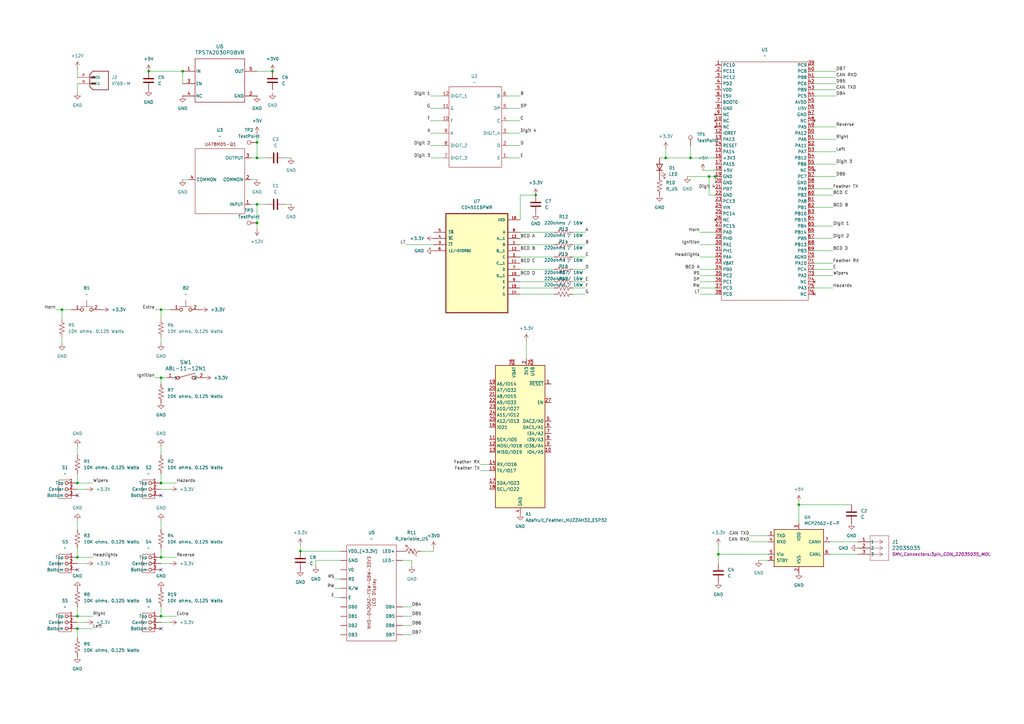
<source format=kicad_sch>
(kicad_sch (version 20250114) (generator "eeschema") (generator_version "9.0")
  (paper "A3")
  (junction (at 111.76 29.21))
  (junction (at 66.04 252.73))
  (junction (at 290.83 72.39))
  (junction (at 66.04 127))
  (junction (at 327.66 207.01))
  (junction (at 66.04 198.12))
  (junction (at 66.04 228.6))
  (junction (at 105.41 83.82))
  (junction (at 60.96 29.21))
  (junction (at 293.37 72.39))
  (junction (at 74.93 29.21))
  (junction (at 273.05 64.77))
  (junction (at 105.41 91.44))
  (junction (at 31.75 257.81))
  (junction (at 105.41 58.42))
  (junction (at 31.75 252.73))
  (junction (at 31.75 198.12))
  (junction (at 105.41 64.77))
  (junction (at 25.4 127))
  (junction (at 31.75 228.6))
  (junction (at 66.04 154.94))
  (junction (at 123.19 226.06))
  (junction (at 283.21 64.77))
  (junction (at 219.71 80.01))
  (junction (at 294.64 227.33))
  (no_connect (at 66.04 203.2))
  (no_connect (at 66.04 233.68))
  (no_connect (at 31.75 233.68))
  (no_connect (at 66.04 257.81))
  (no_connect (at 31.75 203.2))
  (wire (pts (xy 213.36 54.61) (xy 208.28 54.61)))
  (wire (pts (xy 196.85 190.5) (xy 200.66 190.5)))
  (wire (pts (xy 227.33 110.49) (xy 213.36 110.49)))
  (wire (pts (xy 314.96 227.33) (xy 294.64 227.33)))
  (wire (pts (xy 213.36 44.45) (xy 208.28 44.45)))
  (wire (pts (xy 213.36 80.01) (xy 219.71 80.01)))
  (wire (pts (xy 273.05 60.96) (xy 273.05 64.77)))
  (wire (pts (xy 213.36 90.17) (xy 213.36 80.01)))
  (wire (pts (xy 176.53 54.61) (xy 181.61 54.61)))
  (wire (pts (xy 342.9 67.31) (xy 334.01 67.31)))
  (wire (pts (xy 105.41 91.44) (xy 105.41 93.98)))
  (wire (pts (xy 22.86 127) (xy 25.4 127)))
  (wire (pts (xy 287.02 100.33) (xy 293.37 100.33)))
  (wire (pts (xy 25.4 127) (xy 25.4 130.81)))
  (wire (pts (xy 31.75 257.81) (xy 31.75 261.62)))
  (wire (pts (xy 168.91 252.73) (xy 165.1 252.73)))
  (wire (pts (xy 240.03 105.41) (xy 234.95 105.41)))
  (wire (pts (xy 327.66 205.74) (xy 327.66 207.01)))
  (wire (pts (xy 137.16 245.11) (xy 139.7 245.11)))
  (wire (pts (xy 137.16 237.49) (xy 139.7 237.49)))
  (wire (pts (xy 240.03 100.33) (xy 234.95 100.33)))
  (wire (pts (xy 240.03 110.49) (xy 234.95 110.49)))
  (wire (pts (xy 342.9 34.29) (xy 334.01 34.29)))
  (wire (pts (xy 176.53 39.37) (xy 181.61 39.37)))
  (wire (pts (xy 287.02 113.03) (xy 293.37 113.03)))
  (wire (pts (xy 66.04 127) (xy 66.04 130.81)))
  (wire (pts (xy 68.58 154.94) (xy 66.04 154.94)))
  (wire (pts (xy 327.66 207.01) (xy 327.66 214.63)))
  (wire (pts (xy 74.93 29.21) (xy 74.93 34.29)))
  (wire (pts (xy 168.91 229.87) (xy 168.91 232.41)))
  (wire (pts (xy 105.41 83.82) (xy 109.22 83.82)))
  (wire (pts (xy 341.63 102.87) (xy 334.01 102.87)))
  (wire (pts (xy 293.37 80.01) (xy 290.83 80.01)))
  (wire (pts (xy 342.9 29.21) (xy 334.01 29.21)))
  (wire (pts (xy 60.96 29.21) (xy 74.93 29.21)))
  (wire (pts (xy 66.04 213.36) (xy 66.04 217.17)))
  (wire (pts (xy 342.9 62.23) (xy 334.01 62.23)))
  (wire (pts (xy 66.04 182.88) (xy 66.04 186.69)))
  (wire (pts (xy 31.75 252.73) (xy 38.1 252.73)))
  (wire (pts (xy 66.04 198.12) (xy 72.39 198.12)))
  (wire (pts (xy 172.72 226.06) (xy 177.8 226.06)))
  (wire (pts (xy 287.02 120.65) (xy 293.37 120.65)))
  (wire (pts (xy 227.33 105.41) (xy 213.36 105.41)))
  (wire (pts (xy 105.41 29.21) (xy 111.76 29.21)))
  (wire (pts (xy 270.51 64.77) (xy 273.05 64.77)))
  (wire (pts (xy 341.63 85.09) (xy 334.01 85.09)))
  (wire (pts (xy 342.9 52.07) (xy 334.01 52.07)))
  (wire (pts (xy 129.54 229.87) (xy 129.54 232.41)))
  (wire (pts (xy 66.04 224.79) (xy 66.04 228.6)))
  (wire (pts (xy 327.66 207.01) (xy 349.25 207.01)))
  (wire (pts (xy 105.41 64.77) (xy 109.22 64.77)))
  (wire (pts (xy 31.75 198.12) (xy 38.1 198.12)))
  (wire (pts (xy 213.36 49.53) (xy 208.28 49.53)))
  (wire (pts (xy 105.41 54.61) (xy 105.41 58.42)))
  (wire (pts (xy 176.53 59.69) (xy 181.61 59.69)))
  (wire (pts (xy 240.03 95.25) (xy 234.95 95.25)))
  (wire (pts (xy 31.75 231.14) (xy 35.56 231.14)))
  (wire (pts (xy 66.04 231.14) (xy 69.85 231.14)))
  (wire (pts (xy 31.75 255.27) (xy 35.56 255.27)))
  (wire (pts (xy 63.5 154.94) (xy 66.04 154.94)))
  (wire (pts (xy 177.8 224.79) (xy 177.8 226.06)))
  (wire (pts (xy 31.75 182.88) (xy 31.75 186.69)))
  (wire (pts (xy 273.05 64.77) (xy 283.21 64.77)))
  (wire (pts (xy 63.5 127) (xy 66.04 127)))
  (wire (pts (xy 66.04 194.31) (xy 66.04 198.12)))
  (wire (pts (xy 213.36 39.37) (xy 208.28 39.37)))
  (wire (pts (xy 176.53 49.53) (xy 181.61 49.53)))
  (wire (pts (xy 137.16 241.3) (xy 139.7 241.3)))
  (wire (pts (xy 281.94 72.39) (xy 290.83 72.39)))
  (wire (pts (xy 66.04 127) (xy 69.85 127)))
  (wire (pts (xy 31.75 257.81) (xy 38.1 257.81)))
  (wire (pts (xy 213.36 59.69) (xy 208.28 59.69)))
  (wire (pts (xy 102.87 83.82) (xy 105.41 83.82)))
  (wire (pts (xy 294.64 227.33) (xy 294.64 231.14)))
  (wire (pts (xy 215.9 139.7) (xy 215.9 147.32)))
  (wire (pts (xy 227.33 118.11) (xy 213.36 118.11)))
  (wire (pts (xy 311.15 229.87) (xy 314.96 229.87)))
  (wire (pts (xy 74.93 73.66) (xy 77.47 73.66)))
  (wire (pts (xy 213.36 64.77) (xy 208.28 64.77)))
  (wire (pts (xy 123.19 223.52) (xy 123.19 226.06)))
  (wire (pts (xy 341.63 77.47) (xy 334.01 77.47)))
  (wire (pts (xy 105.41 58.42) (xy 105.41 64.77)))
  (wire (pts (xy 341.63 92.71) (xy 334.01 92.71)))
  (wire (pts (xy 240.03 118.11) (xy 234.95 118.11)))
  (wire (pts (xy 31.75 194.31) (xy 31.75 198.12)))
  (wire (pts (xy 31.75 27.94) (xy 31.75 31.75)))
  (wire (pts (xy 342.9 57.15) (xy 334.01 57.15)))
  (wire (pts (xy 31.75 228.6) (xy 38.1 228.6)))
  (wire (pts (xy 340.36 227.33) (xy 351.79 227.33)))
  (wire (pts (xy 341.63 110.49) (xy 334.01 110.49)))
  (wire (pts (xy 341.63 113.03) (xy 334.01 113.03)))
  (wire (pts (xy 166.37 100.33) (xy 177.8 100.33)))
  (wire (pts (xy 66.04 248.92) (xy 66.04 252.73)))
  (wire (pts (xy 31.75 213.36) (xy 31.75 217.17)))
  (wire (pts (xy 102.87 73.66) (xy 105.41 73.66)))
  (wire (pts (xy 102.87 64.77) (xy 105.41 64.77)))
  (wire (pts (xy 31.75 248.92) (xy 31.75 252.73)))
  (wire (pts (xy 66.04 200.66) (xy 69.85 200.66)))
  (wire (pts (xy 66.04 138.43) (xy 66.04 140.97)))
  (wire (pts (xy 105.41 83.82) (xy 105.41 91.44)))
  (wire (pts (xy 139.7 229.87) (xy 129.54 229.87)))
  (wire (pts (xy 176.53 64.77) (xy 181.61 64.77)))
  (wire (pts (xy 340.36 222.25) (xy 351.79 222.25)))
  (wire (pts (xy 307.34 222.25) (xy 314.96 222.25)))
  (wire (pts (xy 168.91 256.54) (xy 165.1 256.54)))
  (wire (pts (xy 288.29 69.85) (xy 293.37 69.85)))
  (wire (pts (xy 168.91 248.92) (xy 165.1 248.92)))
  (wire (pts (xy 123.19 226.06) (xy 139.7 226.06)))
  (wire (pts (xy 290.83 72.39) (xy 293.37 72.39)))
  (wire (pts (xy 341.63 80.01) (xy 334.01 80.01)))
  (wire (pts (xy 227.33 120.65) (xy 213.36 120.65)))
  (wire (pts (xy 66.04 154.94) (xy 66.04 157.48)))
  (wire (pts (xy 342.9 72.39) (xy 334.01 72.39)))
  (wire (pts (xy 287.02 118.11) (xy 293.37 118.11)))
  (wire (pts (xy 116.84 83.82) (xy 119.38 83.82)))
  (wire (pts (xy 227.33 115.57) (xy 213.36 115.57)))
  (wire (pts (xy 25.4 127) (xy 29.21 127)))
  (wire (pts (xy 176.53 44.45) (xy 181.61 44.45)))
  (wire (pts (xy 240.03 120.65) (xy 234.95 120.65)))
  (wire (pts (xy 307.34 219.71) (xy 314.96 219.71)))
  (wire (pts (xy 287.02 95.25) (xy 293.37 95.25)))
  (wire (pts (xy 334.01 36.83) (xy 342.9 36.83)))
  (wire (pts (xy 66.04 255.27) (xy 69.85 255.27)))
  (wire (pts (xy 240.03 115.57) (xy 234.95 115.57)))
  (wire (pts (xy 66.04 252.73) (xy 72.39 252.73)))
  (wire (pts (xy 294.64 223.52) (xy 294.64 227.33)))
  (wire (pts (xy 168.91 260.35) (xy 165.1 260.35)))
  (wire (pts (xy 31.75 224.79) (xy 31.75 228.6)))
  (wire (pts (xy 290.83 80.01) (xy 290.83 72.39)))
  (wire (pts (xy 287.02 115.57) (xy 293.37 115.57)))
  (wire (pts (xy 341.63 97.79) (xy 334.01 97.79)))
  (wire (pts (xy 341.63 107.95) (xy 334.01 107.95)))
  (wire (pts (xy 227.33 100.33) (xy 213.36 100.33)))
  (wire (pts (xy 283.21 59.69) (xy 283.21 64.77)))
  (wire (pts (xy 196.85 193.04) (xy 200.66 193.04)))
  (wire (pts (xy 342.9 39.37) (xy 334.01 39.37)))
  (wire (pts (xy 227.33 95.25) (xy 213.36 95.25)))
  (wire (pts (xy 165.1 229.87) (xy 168.91 229.87)))
  (wire (pts (xy 66.04 228.6) (xy 72.39 228.6)))
  (wire (pts (xy 31.75 200.66) (xy 35.56 200.66)))
  (wire (pts (xy 293.37 72.39) (xy 293.37 74.93)))
  (wire (pts (xy 287.02 105.41) (xy 293.37 105.41)))
  (wire (pts (xy 116.84 64.77) (xy 119.38 64.77)))
  (wire (pts (xy 341.63 118.11) (xy 334.01 118.11)))
  (wire (pts (xy 25.4 138.43) (xy 25.4 140.97)))
  (wire (pts (xy 287.02 110.49) (xy 293.37 110.49)))
  (wire (pts (xy 31.75 34.29) (xy 31.75 38.1)))
  (wire (pts (xy 283.21 64.77) (xy 293.37 64.77)))
  (wire (pts (xy 334.01 31.75) (xy 342.9 31.75)))
  (label "BCD B" (at 213.36 102.87 0))
  (label "DB4" (at 342.9 39.37 0))
  (label "E" (at 341.63 110.49 0))
  (label "CAN RXD" (at 342.9 31.75 0))
  (label "Reverse" (at 342.9 52.07 0))
  (label "Headlights" (at 287.02 105.41 180))
  (label "DB7" (at 168.91 260.35 0))
  (label "G" (at 176.53 44.45 180))
  (label "Digit 4" (at 213.36 54.61 0))
  (label "Wipers" (at 341.63 113.03 0))
  (label "DB5" (at 342.9 34.29 0))
  (label "DB6" (at 168.91 256.54 0))
  (label "BCD D" (at 341.63 102.87 0))
  (label "Extra" (at 63.5 127 180))
  (label "Headlights" (at 38.1 228.6 0))
  (label "DB6" (at 342.9 72.39 0))
  (label "D" (at 240.03 110.49 0))
  (label "Feather TX" (at 341.63 77.47 0))
  (label "LT" (at 166.37 100.33 180))
  (label "F" (at 240.03 118.11 0))
  (label "BCD A" (at 287.02 110.49 180))
  (label "Horn" (at 287.02 95.25 180))
  (label "B" (at 213.36 39.37 0))
  (label "E" (at 213.36 64.77 0))
  (label "CAN TXD" (at 307.34 219.71 180))
  (label "RW" (at 287.02 118.11 180))
  (label "Right" (at 342.9 57.15 0))
  (label "DP" (at 287.02 115.57 180))
  (label "Digit 1" (at 176.53 39.37 180))
  (label "A" (at 176.53 54.61 180))
  (label "C" (at 213.36 49.53 0))
  (label "Reverse" (at 72.39 228.6 0))
  (label "Wipers" (at 38.1 198.12 0))
  (label "BCD C" (at 341.63 80.01 0))
  (label "Left" (at 38.1 257.81 0))
  (label "Feather TX" (at 196.85 193.04 180))
  (label "Right" (at 38.1 252.73 0))
  (label "B" (at 240.03 100.33 0))
  (label "Extra" (at 72.39 252.73 0))
  (label "E" (at 137.16 245.11 180))
  (label "DP" (at 213.36 44.45 0))
  (label "Digit 2" (at 341.63 97.79 0))
  (label "BCD B" (at 341.63 85.09 0))
  (label "A" (at 240.03 95.25 0))
  (label "DB4" (at 168.91 248.92 0))
  (label "E" (at 240.03 115.57 0))
  (label "Ignition" (at 63.5 154.94 180))
  (label "Digit 3" (at 342.9 67.31 0))
  (label "RW" (at 137.16 241.3 180))
  (label "G" (at 240.03 120.65 0))
  (label "Left" (at 342.9 62.23 0))
  (label "CAN TXD" (at 342.9 36.83 0))
  (label "Feather RX" (at 341.63 107.95 0))
  (label "Digit 3" (at 176.53 64.77 180))
  (label "Horn" (at 22.86 127 180))
  (label "C" (at 240.03 105.41 0))
  (label "D" (at 213.36 59.69 0))
  (label "RS" (at 287.02 113.03 180))
  (label "BCD D" (at 213.36 113.03 0))
  (label "RS" (at 137.16 237.49 180))
  (label "CAN RXD" (at 307.34 222.25 180))
  (label "DB5" (at 168.91 252.73 0))
  (label "Digit 2" (at 176.53 59.69 180))
  (label "DB7" (at 342.9 29.21 0))
  (label "Feather RX" (at 196.85 190.5 180))
  (label "LT" (at 287.02 120.65 180))
  (label "BCD C" (at 213.36 107.95 0))
  (label "Hazards" (at 72.39 198.12 0))
  (label "Ignition" (at 287.02 100.33 180))
  (label "F" (at 176.53 49.53 180))
  (label "Digit 1" (at 341.63 92.71 0))
  (label "Digit 4" (at 293.37 77.47 180))
  (label "BCD A" (at 213.36 97.79 0))
  (label "Hazards" (at 341.63 118.11 0))
  (symbol (lib_id "power:+12V") (at 105.41 93.98 180) (unit 1)
    (property "Reference" "#PWR020" (effects (hide yes)))
    (property "Value" "+12V" (at 105.41 99.06 0))
    (property "Description" "Power symbol creates a global label with name \"+12V\"" (effects (hide yes)))
  )
  (symbol (lib_id "Device:R_US") (at 270.51 76.2 0) (unit 1)
    (property "Reference" "R10" (at 273.05 74.9299 0) (effects (justify left)))
    (property "Value" "R_US" (at 273.05 77.4699 0) (effects (justify left)))
    (property "Description" "Resistor, US symbol" (effects (hide yes)))
  )
  (symbol (lib_id "power:GND") (at 219.71 87.63 0) (unit 1)
    (property "Reference" "#PWR053" (effects (hide yes)))
    (property "Value" "GND" (at 219.71 91.694 0))
    (property "Description" "Power symbol creates a global label with name \"GND\" , ground" (effects (hide yes)))
  )
  (symbol (lib_id "power:+3.3V") (at 35.56 255.27 270) (unit 1)
    (property "Reference" "#PWR025" (effects (hide yes)))
    (property "Value" "+3.3V" (at 39.37 255.2699 90) (effects (justify left)))
    (property "Description" "Power symbol creates a global label with name \"+3.3V\"" (effects (hide yes)))
  )
  (symbol (lib_id "power:GND") (at 74.93 39.37 0) (unit 1)
    (property "Reference" "#PWR045" (effects (hide yes)))
    (property "Value" "GND" (at 74.93 44.45 0))
    (property "Description" "Power symbol creates a global label with name \"GND\" , ground" (effects (hide yes)))
  )
  (symbol (lib_id "Connector:TestPoint") (at 283.21 59.69 0) (unit 1)
    (property "Reference" "TP1" (at 285.75 55.1179 0) (effects (justify left)))
    (property "Value" "TestPoint" (at 285.75 57.6579 0) (effects (justify left)))
    (property "Description" "test point" (effects (hide yes)))
  )
  (symbol (lib_id "Device:R_US") (at 31.75 245.11 0) (unit 1)
    (property "Reference" "R8" (at 34.29 243.8399 0) (effects (justify left)))
    (property "Value" "10K ohms, 0.125 Watts" (at 34.29 246.3799 0) (effects (justify left)))
    (property "Description" "Resistor, US symbol" (effects (hide yes)))
  )
  (symbol (lib_id "SMV_Custom:TAISS_3_Pin_Switch") (at 60.96 201.93 0) (unit 1)
    (property "Reference" "S2" (at 60.96 191.77 0))
    (property "Value" "~" (at 60.96 194.31 0))
    (property "Footprint" "SMV_Misc:TAISS 3 Pin Switch" (effects (hide yes)))
  )
  (symbol (lib_id "Connector:TestPoint") (at 105.41 58.42 90) (unit 1)
    (property "Reference" "TP2" (at 102.108 53.34 90))
    (property "Value" "TestPoint" (at 102.108 55.88 90))
    (property "Description" "test point" (effects (hide yes)))
  )
  (symbol (lib_id "SMV_Custom:UA78M05-Q1") (at 90.17 59.69 0) (unit 1)
    (property "Reference" "U3" (at 90.17 53.34 0))
    (property "Value" "~" (at 90.17 55.88 0))
  )
  (symbol (lib_id "SMV_Custom:TAISS_3_Pin_Switch") (at 60.96 232.41 0) (unit 1)
    (property "Reference" "S4" (at 60.96 222.25 0))
    (property "Value" "~" (at 60.96 224.79 0))
    (property "Footprint" "SMV_Misc:TAISS 3 Pin Switch" (effects (hide yes)))
  )
  (symbol (lib_id "Device:R_US") (at 231.14 105.41 90) (unit 1)
    (property "Reference" "R14" (at 231.14 99.06 90))
    (property "Value" "220ohms / 16W" (at 231.14 101.6 90))
    (property "Description" "Resistor, US symbol" (effects (hide yes)))
  )
  (symbol (lib_id "Device:R_US") (at 31.75 220.98 0) (unit 1)
    (property "Reference" "R3" (at 34.29 219.7099 0) (effects (justify left)))
    (property "Value" "10K ohms, 0.125 Watts" (at 34.29 222.2499 0) (effects (justify left)))
    (property "Description" "Resistor, US symbol" (effects (hide yes)))
  )
  (symbol (lib_id "power:GND") (at 327.66 234.95 0) (unit 1)
    (property "Reference" "#PWR027" (effects (hide yes)))
    (property "Value" "GND" (at 327.66 240.03 0))
    (property "Description" "Power symbol creates a global label with name \"GND\" , ground" (effects (hide yes)))
  )
  (symbol (lib_id "Device:R_US") (at 231.14 115.57 90) (unit 1)
    (property "Reference" "R16" (at 231.14 109.22 90))
    (property "Value" "220ohms / 16W" (at 231.14 111.76 90))
    (property "Description" "Resistor, US symbol" (effects (hide yes)))
  )
  (symbol (lib_id "Device:R_US") (at 66.04 220.98 0) (unit 1)
    (property "Reference" "R4" (at 68.58 219.7099 0) (effects (justify left)))
    (property "Value" "10K ohms, 0.125 Watts" (at 68.58 222.2499 0) (effects (justify left)))
    (property "Description" "Resistor, US symbol" (effects (hide yes)))
  )
  (symbol (lib_id "SMV_Custom:Seven_Seg_Display") (at 184.15 52.07 90) (unit 1)
    (property "Reference" "U2" (at 194.564 31.242 90))
    (property "Value" "~" (at 194.564 33.782 90))
  )
  (symbol (lib_id "power:GND") (at 294.64 238.76 0) (unit 1)
    (property "Reference" "#PWR039" (effects (hide yes)))
    (property "Value" "GND" (at 294.64 243.84 0))
    (property "Description" "Power symbol creates a global label with name \"GND\" , ground" (effects (hide yes)))
  )
  (symbol (lib_id "power:+3.3V") (at 41.91 127 270) (unit 1)
    (property "Reference" "#PWR012" (effects (hide yes)))
    (property "Value" "+3.3V" (at 45.72 126.9999 90) (effects (justify left)))
    (property "Description" "Power symbol creates a global label with name \"+3.3V\"" (effects (hide yes)))
  )
  (symbol (lib_id "CD4511BPWR:CD4511BPWR") (at 195.58 102.87 0) (unit 1)
    (property "Reference" "U7" (at 195.58 82.55 0))
    (property "Value" "CD4511BPWR" (at 195.58 85.09 0))
    (property "Footprint" "CD4511BPWR:SOP65P640X120-16N" (effects (hide yes)))
  )
  (symbol (lib_id "power:+3.3V") (at 123.19 223.52 0) (unit 1)
    (property "Reference" "#PWR033" (effects (hide yes)))
    (property "Value" "+3.3V" (at 123.19 218.44 0))
    (property "Description" "Power symbol creates a global label with name \"+3.3V\"" (effects (hide yes)))
  )
  (symbol (lib_id "power:GND") (at 25.4 140.97 0) (unit 1)
    (property "Reference" "#PWR011" (effects (hide yes)))
    (property "Value" "GND" (at 25.4 146.05 0))
    (property "Description" "Power symbol creates a global label with name \"GND\" , ground" (effects (hide yes)))
  )
  (symbol (lib_id "Device:R_US") (at 66.04 134.62 0) (unit 1)
    (property "Reference" "R6" (at 68.58 133.3499 0) (effects (justify left)))
    (property "Value" "10K ohms, 0.125 Watts" (at 68.58 135.8899 0) (effects (justify left)))
    (property "Description" "Resistor, US symbol" (effects (hide yes)))
  )
  (symbol (lib_id "SMV_Custom:XT60-M") (at 36.83 34.29 0) (unit 1)
    (property "Reference" "J2" (at 45.72 31.7499 0) (effects (justify left)))
    (property "Value" "XT60-M" (at 45.72 34.2899 0) (effects (justify left)))
    (property "Footprint" "SMV_Connectors:AMASS_XT60-M" (effects (hide yes)))
    (property "MF" "AMASS" (effects (hide yes)))
    (property "MAXIMUM_PACKAGE_HEIGHT" "16.00 mm" (effects (hide yes)))
    (property "Package" "Package" (effects (hide yes)))
    (property "Price" "None" (effects (hide yes)))
    (property "Check_prices" "https://www.snapeda.com/parts/XT60-M/AMASS/view-part/?ref=eda" (effects (hide yes)))
    (property "STANDARD" "IPC 7351B" (effects (hide yes)))
    (property "PARTREV" "V1.2" (effects (hide yes)))
    (property "SnapEDA_Link" "https://www.snapeda.com/parts/XT60-M/AMASS/view-part/?ref=snap" (effects (hide yes)))
    (property "MP" "XT60-M" (effects (hide yes)))
    (property "Description_1" "\n                        \n                            Plug; DC supply; XT60; male; PIN: 2; for cable; soldered; 30A; 500V\n                        \n" (effects (hide yes)))
    (property "Availability" "Not in stock" (effects (hide yes)))
    (property "MANUFACTURER" "AMASS" (effects (hide yes)))
  )
  (symbol (lib_id "Device:C") (at 123.19 229.87 0) (unit 1)
    (property "Reference" "C8" (at 127 228.5999 0) (effects (justify left)))
    (property "Value" "C" (at 127 231.1399 0) (effects (justify left)))
    (property "Description" "Unpolarized capacitor" (effects (hide yes)))
  )
  (symbol (lib_id "power:GND") (at 281.94 72.39 0) (unit 1)
    (property "Reference" "#PWR029" (effects (hide yes)))
    (property "Value" "GND" (at 281.94 77.47 0))
    (property "Description" "Power symbol creates a global label with name \"GND\" , ground" (effects (hide yes)))
  )
  (symbol (lib_id "power:GND") (at 66.04 241.3 180) (unit 1)
    (property "Reference" "#PWR052" (effects (hide yes)))
    (property "Value" "GND" (at 66.04 236.22 0))
    (property "Description" "Power symbol creates a global label with name \"GND\" , ground" (effects (hide yes)))
  )
  (symbol (lib_id "Device:R_US") (at 231.14 110.49 90) (unit 1)
    (property "Reference" "R15" (at 231.14 104.14 90))
    (property "Value" "220ohms / 16W" (at 231.14 106.68 90))
    (property "Description" "Resistor, US symbol" (effects (hide yes)))
  )
  (symbol (lib_id "SMV_Custom:TAISS_3_Pin_Switch") (at 26.67 201.93 0) (unit 1)
    (property "Reference" "S1" (at 26.67 191.77 0))
    (property "Value" "~" (at 26.67 194.31 0))
    (property "Footprint" "SMV_Misc:TAISS 3 Pin Switch" (effects (hide yes)))
  )
  (symbol (lib_id "power:GND") (at 270.51 80.01 0) (unit 1)
    (property "Reference" "#PWR030" (effects (hide yes)))
    (property "Value" "GND" (at 270.51 85.09 0))
    (property "Description" "Power symbol creates a global label with name \"GND\" , ground" (effects (hide yes)))
  )
  (symbol (lib_id "SMV_Custom:TAISS_3_Pin_Switch") (at 26.67 232.41 0) (unit 1)
    (property "Reference" "S3" (at 26.67 222.25 0))
    (property "Value" "~" (at 26.67 224.79 0))
    (property "Footprint" "SMV_Misc:TAISS 3 Pin Switch" (effects (hide yes)))
  )
  (symbol (lib_id "power:+3.3V") (at 82.55 127 270) (unit 1)
    (property "Reference" "#PWR014" (effects (hide yes)))
    (property "Value" "+3.3V" (at 86.36 126.9999 90) (effects (justify left)))
    (property "Description" "Power symbol creates a global label with name \"+3.3V\"" (effects (hide yes)))
  )
  (symbol (lib_id "SMV_Custom:3-pin Mini Molex Spox") (at 351.79 222.25 0) (unit 1)
    (property "Reference" "J1" (at 365.76 222.2499 0) (effects (font (size 1.524 1.524)) (justify left)))
    (property "Value" "22035035" (at 365.76 224.7899 0) (effects (font (size 1.524 1.524)) (justify left)))
    (property "Footprint" "SMV_Connectors:3pin_CON_22035035_MOL" (at 365.76 227.3299 0) (effects (font (italic yes)) (justify left)))
    (property "Datasheet" "3-pin Mini Molex Spox" (effects (hide yes)))
  )
  (symbol (lib_id "SMV_Custom:TAISS_3_Pin_Switch") (at 26.67 256.54 0) (unit 1)
    (property "Reference" "S5" (at 26.67 246.38 0))
    (property "Value" "~" (at 26.67 248.92 0))
    (property "Footprint" "SMV_Misc:TAISS 3 Pin Switch" (effects (hide yes)))
  )
  (symbol (lib_id "Device:R_US") (at 231.14 100.33 90) (unit 1)
    (property "Reference" "R13" (at 231.14 93.98 90))
    (property "Value" "220ohms / 16W" (at 231.14 96.52 90))
    (property "Description" "Resistor, US symbol" (effects (hide yes)))
  )
  (symbol (lib_id "power:+3.3V") (at 69.85 200.66 270) (unit 1)
    (property "Reference" "#PWR06" (effects (hide yes)))
    (property "Value" "+3.3V" (at 73.66 200.6599 90) (effects (justify left)))
    (property "Description" "Power symbol creates a global label with name \"+3.3V\"" (effects (hide yes)))
  )
  (symbol (lib_id "power:GND") (at 119.38 64.77 0) (unit 1)
    (property "Reference" "#PWR022" (effects (hide yes)))
    (property "Value" "GND" (at 119.38 69.85 0))
    (property "Description" "Power symbol creates a global label with name \"GND\" , ground" (effects (hide yes)))
  )
  (symbol (lib_id "power:+5V") (at 327.66 205.74 0) (unit 1)
    (property "Reference" "#PWR028" (effects (hide yes)))
    (property "Value" "+5V" (at 327.66 200.66 0))
    (property "Description" "Power symbol creates a global label with name \"+5V\"" (effects (hide yes)))
  )
  (symbol (lib_id "Device:C") (at 113.03 64.77 90) (unit 1)
    (property "Reference" "C3" (at 113.03 57.15 90))
    (property "Value" "C" (at 113.03 59.69 90))
    (property "Description" "Unpolarized capacitor" (effects (hide yes)))
  )
  (symbol (lib_id "Interface_CAN_LIN:MCP2562-E-P") (at 327.66 224.79 0) (unit 1)
    (property "Reference" "U4" (at 329.8033 212.09 0) (effects (justify left)))
    (property "Value" "MCP2562-E-P" (at 329.8033 214.63 0) (effects (justify left)))
    (property "Footprint" "Package_DIP:DIP-8_W7.62mm" (effects (hide yes)))
    (property "Datasheet" "http://ww1.microchip.com/downloads/en/DeviceDoc/25167A.pdf" (effects (hide yes)))
    (property "Description" "High-Speed CAN Transceiver, 1Mbps, 5V supply, Vio pin, -40C to +125C, DIP-8" (effects (hide yes)))
  )
  (symbol (lib_id "Device:C") (at 111.76 33.02 0) (unit 1)
    (property "Reference" "C6" (at 115.57 31.7499 0) (effects (justify left)))
    (property "Value" "C" (at 115.57 34.2899 0) (effects (justify left)))
    (property "Description" "Unpolarized capacitor" (effects (hide yes)))
  )
  (symbol (lib_id "Device:LED") (at 270.51 68.58 90) (unit 1)
    (property "Reference" "D1" (at 274.32 68.8974 90) (effects (justify right)))
    (property "Value" "LED" (at 274.32 71.4374 90) (effects (justify right)))
    (property "Description" "Light emitting diode" (effects (hide yes)))
    (property "Sim.Pins" "1=K 2=A" (effects (hide yes)))
  )
  (symbol (lib_id "power:+12V") (at 31.75 27.94 0) (unit 1)
    (property "Reference" "#PWR01" (effects (hide yes)))
    (property "Value" "+12V" (at 31.75 22.86 0))
    (property "Description" "Power symbol creates a global label with name \"+12V\"" (effects (hide yes)))
  )
  (symbol (lib_id "Device:R_US") (at 66.04 245.11 0) (unit 1)
    (property "Reference" "R19" (at 68.58 243.8399 0) (effects (justify left)))
    (property "Value" "10K ohms, 0.125 Watts" (at 68.58 246.3799 0) (effects (justify left)))
    (property "Description" "Resistor, US symbol" (effects (hide yes)))
  )
  (symbol (lib_id "power:GND") (at 66.04 213.36 180) (unit 1)
    (property "Reference" "#PWR09" (effects (hide yes)))
    (property "Value" "GND" (at 66.04 208.28 0))
    (property "Description" "Power symbol creates a global label with name \"GND\" , ground" (effects (hide yes)))
  )
  (symbol (lib_id "Device:R_US") (at 66.04 190.5 0) (unit 1)
    (property "Reference" "R2" (at 68.58 189.2299 0) (effects (justify left)))
    (property "Value" "10K ohms, 0.125 Watts" (at 68.58 191.7699 0) (effects (justify left)))
    (property "Description" "Resistor, US symbol" (effects (hide yes)))
  )
  (symbol (lib_id "SMV_Custom:Twidec_Button") (at 76.2 124.46 0) (unit 1)
    (property "Reference" "B2" (at 76.2 118.11 0))
    (property "Value" "~" (at 76.2 120.65 0))
    (property "Footprint" "SMV_Misc:Twidec Button" (effects (hide yes)))
  )
  (symbol (lib_id "power:+3.3V") (at 35.56 200.66 270) (unit 1)
    (property "Reference" "#PWR03" (effects (hide yes)))
    (property "Value" "+3.3V" (at 39.37 200.6599 90) (effects (justify left)))
    (property "Description" "Power symbol creates a global label with name \"+3.3V\"" (effects (hide yes)))
  )
  (symbol (lib_id "power:+3.3V") (at 69.85 231.14 270) (unit 1)
    (property "Reference" "#PWR010" (effects (hide yes)))
    (property "Value" "+3.3V" (at 73.66 231.1399 90) (effects (justify left)))
    (property "Description" "Power symbol creates a global label with name \"+3.3V\"" (effects (hide yes)))
  )
  (symbol (lib_id "power:GND") (at 111.76 38.1 0) (unit 1)
    (property "Reference" "#PWR043" (effects (hide yes)))
    (property "Value" "GND" (at 111.76 43.18 0))
    (property "Description" "Power symbol creates a global label with name \"GND\" , ground" (effects (hide yes)))
  )
  (symbol (lib_id "Device:R_US") (at 231.14 118.11 90) (unit 1)
    (property "Reference" "R17" (at 231.14 111.76 90))
    (property "Value" "220ohms / 16W" (at 231.14 114.3 90))
    (property "Description" "Resistor, US symbol" (effects (hide yes)))
  )
  (symbol (lib_id "power:GND") (at 129.54 232.41 0) (unit 1)
    (property "Reference" "#PWR034" (effects (hide yes)))
    (property "Value" "GND" (at 129.54 237.49 0))
    (property "Description" "Power symbol creates a global label with name \"GND\" , ground" (effects (hide yes)))
  )
  (symbol (lib_id "power:GND") (at 31.75 241.3 180) (unit 1)
    (property "Reference" "#PWR024" (effects (hide yes)))
    (property "Value" "GND" (at 31.75 236.22 0))
    (property "Description" "Power symbol creates a global label with name \"GND\" , ground" (effects (hide yes)))
  )
  (symbol (lib_id "power:+3.3V") (at 294.64 223.52 0) (unit 1)
    (property "Reference" "#PWR038" (effects (hide yes)))
    (property "Value" "+3.3V" (at 294.64 218.44 0))
    (property "Description" "Power symbol creates a global label with name \"+3.3V\"" (effects (hide yes)))
  )
  (symbol (lib_id "Device:C") (at 349.25 210.82 0) (unit 1)
    (property "Reference" "C2" (at 353.06 209.5499 0) (effects (justify left)))
    (property "Value" "C" (at 353.06 212.0899 0) (effects (justify left)))
    (property "Description" "Unpolarized capacitor" (effects (hide yes)))
  )
  (symbol (lib_id "power:GND") (at 31.75 269.24 0) (unit 1)
    (property "Reference" "#PWR026" (effects (hide yes)))
    (property "Value" "GND" (at 31.75 274.32 0))
    (property "Description" "Power symbol creates a global label with name \"GND\" , ground" (effects (hide yes)))
  )
  (symbol (lib_id "power:GND") (at 177.8 102.87 270) (unit 1)
    (property "Reference" "#PWR051" (effects (hide yes)))
    (property "Value" "GND" (at 173.99 102.8699 90) (effects (justify right)))
    (property "Description" "Power symbol creates a global label with name \"GND\" , ground" (effects (hide yes)))
  )
  (symbol (lib_id "Device:C") (at 294.64 234.95 0) (unit 1)
    (property "Reference" "C4" (at 298.45 233.6799 0) (effects (justify left)))
    (property "Value" "C" (at 298.45 236.2199 0) (effects (justify left)))
    (property "Description" "Unpolarized capacitor" (effects (hide yes)))
  )
  (symbol (lib_id "SMV_Custom:TAISS_3_Pin_Switch") (at 60.96 256.54 0) (unit 1)
    (property "Reference" "S6" (at 60.96 246.38 0))
    (property "Value" "~" (at 60.96 248.92 0))
    (property "Footprint" "SMV_Misc:TAISS 3 Pin Switch" (effects (hide yes)))
  )
  (symbol (lib_id "Connector:TestPoint") (at 105.41 91.44 90) (unit 1)
    (property "Reference" "TP3" (at 102.108 86.36 90))
    (property "Value" "TestPoint" (at 102.108 88.9 90))
    (property "Description" "test point" (effects (hide yes)))
  )
  (symbol (lib_id "SMV_Custom:NHD-0420AZ-FSW-GBW-33V3") (at 152.4 220.98 0) (unit 1)
    (property "Reference" "U5" (at 152.4 218.44 0))
    (property "Value" "~" (at 152.4 220.98 0))
  )
  (symbol (lib_id "power:+5V") (at 105.41 54.61 0) (unit 1)
    (property "Reference" "#PWR021" (effects (hide yes)))
    (property "Value" "+5V" (at 105.41 49.53 0))
    (property "Description" "Power symbol creates a global label with name \"+5V\"" (effects (hide yes)))
  )
  (symbol (lib_id "power:GND") (at 66.04 182.88 180) (unit 1)
    (property "Reference" "#PWR05" (effects (hide yes)))
    (property "Value" "GND" (at 66.04 177.8 0))
    (property "Description" "Power symbol creates a global label with name \"GND\" , ground" (effects (hide yes)))
  )
  (symbol (lib_id "power:+3.3V") (at 69.85 255.27 270) (unit 1)
    (property "Reference" "#PWR055" (effects (hide yes)))
    (property "Value" "+3.3V" (at 73.66 255.2699 90) (effects (justify left)))
    (property "Description" "Power symbol creates a global label with name \"+3.3V\"" (effects (hide yes)))
  )
  (symbol (lib_id "power:+3.3V") (at 83.82 154.94 270) (unit 1)
    (property "Reference" "#PWR015" (effects (hide yes)))
    (property "Value" "+3.3V" (at 87.63 154.9399 90) (effects (justify left)))
    (property "Description" "Power symbol creates a global label with name \"+3.3V\"" (effects (hide yes)))
  )
  (symbol (lib_id "power:GND") (at 123.19 233.68 0) (unit 1)
    (property "Reference" "#PWR048" (effects (hide yes)))
    (property "Value" "GND" (at 123.19 238.76 0))
    (property "Description" "Power symbol creates a global label with name \"GND\" , ground" (effects (hide yes)))
  )
  (symbol (lib_id "power:+3.3V") (at 35.56 231.14 270) (unit 1)
    (property "Reference" "#PWR08" (effects (hide yes)))
    (property "Value" "+3.3V" (at 39.37 231.1399 90) (effects (justify left)))
    (property "Description" "Power symbol creates a global label with name \"+3.3V\"" (effects (hide yes)))
  )
  (symbol (lib_id "Device:R_US") (at 25.4 134.62 0) (unit 1)
    (property "Reference" "R5" (at 27.94 133.3499 0) (effects (justify left)))
    (property "Value" "10K ohms, 0.125 Watts" (at 27.94 135.8899 0) (effects (justify left)))
    (property "Description" "Resistor, US symbol" (effects (hide yes)))
  )
  (symbol (lib_id "power:GND") (at 105.41 73.66 0) (unit 1)
    (property "Reference" "#PWR019" (effects (hide yes)))
    (property "Value" "GND" (at 105.41 78.74 0))
    (property "Description" "Power symbol creates a global label with name \"GND\" , ground" (effects (hide yes)))
  )
  (symbol (lib_id "power:GND") (at 349.25 214.63 0) (unit 1)
    (property "Reference" "#PWR037" (effects (hide yes)))
    (property "Value" "GND" (at 349.25 219.71 0))
    (property "Description" "Power symbol creates a global label with name \"GND\" , ground" (effects (hide yes)))
  )
  (symbol (lib_id "Device:R_US") (at 231.14 120.65 90) (unit 1)
    (property "Reference" "R18" (at 231.14 114.3 90))
    (property "Value" "220ohms / 16W" (at 231.14 116.84 90))
    (property "Description" "Resistor, US symbol" (effects (hide yes)))
  )
  (symbol (lib_id "power:GND") (at 31.75 38.1 0) (unit 1)
    (property "Reference" "#PWR02" (effects (hide yes)))
    (property "Value" "GND" (at 31.75 43.18 0))
    (property "Description" "Power symbol creates a global label with name \"GND\" , ground" (effects (hide yes)))
  )
  (symbol (lib_id "Device:R_US") (at 31.75 265.43 0) (unit 1)
    (property "Reference" "R9" (at 34.29 264.1599 0) (effects (justify left)))
    (property "Value" "10K ohms, 0.125 Watts" (at 34.29 266.6999 0) (effects (justify left)))
    (property "Description" "Resistor, US symbol" (effects (hide yes)))
  )
  (symbol (lib_id "Device:R_Variable_US") (at 168.91 226.06 90) (unit 1)
    (property "Reference" "R11" (at 168.8719 218.44 90))
    (property "Value" "R_Variable_US" (at 168.8719 220.98 90))
    (property "Description" "Variable resistor, US symbol" (effects (hide yes)))
  )
  (symbol (lib_id "power:+3.3V") (at 177.8 97.79 90) (unit 1)
    (property "Reference" "#PWR047" (effects (hide yes)))
    (property "Value" "+3.3V" (at 173.99 97.7899 90) (effects (justify left)))
    (property "Description" "Power symbol creates a global label with name \"+3.3V\"" (effects (hide yes)))
  )
  (symbol (lib_id "power:GND") (at 351.79 224.79 270) (unit 1)
    (property "Reference" "#PWR017" (effects (hide yes)))
    (property "Value" "GND" (at 347.98 224.7899 90) (effects (justify right)))
    (property "Description" "Power symbol creates a global label with name \"GND\" , ground" (effects (hide yes)))
  )
  (symbol (lib_id "power:GND") (at 311.15 229.87 0) (unit 1)
    (property "Reference" "#PWR036" (effects (hide yes)))
    (property "Value" "GND" (at 311.15 234.95 0))
    (property "Description" "Power symbol creates a global label with name \"GND\" , ground" (effects (hide yes)))
  )
  (symbol (lib_id "power:+5V") (at 60.96 29.21 0) (unit 1)
    (property "Reference" "#PWR041" (effects (hide yes)))
    (property "Value" "+5V" (at 60.96 24.13 0))
    (property "Description" "Power symbol creates a global label with name \"+5V\"" (effects (hide yes)))
  )
  (symbol (lib_id "SMV_Custom:STM32_Nucleo_F446RE") (at 313.69 24.13 0) (unit 1)
    (property "Reference" "U1" (at 313.69 20.32 0))
    (property "Value" "~" (at 313.69 22.86 0))
  )
  (symbol (lib_id "power:+3V0") (at 111.76 29.21 0) (unit 1)
    (property "Reference" "#PWR042" (effects (hide yes)))
    (property "Value" "+3V0" (at 111.76 24.13 0))
    (property "Description" "Power symbol creates a global label with name \"+3V0\"" (effects (hide yes)))
  )
  (symbol (lib_id "power:GND") (at 66.04 140.97 0) (unit 1)
    (property "Reference" "#PWR013" (effects (hide yes)))
    (property "Value" "GND" (at 66.04 146.05 0))
    (property "Description" "Power symbol creates a global label with name \"GND\" , ground" (effects (hide yes)))
  )
  (symbol (lib_id "SMV_Custom:Twidec_Button") (at 35.56 124.46 0) (unit 1)
    (property "Reference" "B1" (at 35.56 118.11 0))
    (property "Value" "~" (at 35.56 120.65 0))
    (property "Footprint" "SMV_Misc:Twidec Button" (effects (hide yes)))
  )
  (symbol (lib_id "power:GND") (at 31.75 182.88 180) (unit 1)
    (property "Reference" "#PWR04" (effects (hide yes)))
    (property "Value" "GND" (at 31.75 177.8 0))
    (property "Description" "Power symbol creates a global label with name \"GND\" , ground" (effects (hide yes)))
  )
  (symbol (lib_id "power:+3V0") (at 177.8 224.79 0) (unit 1)
    (property "Reference" "#PWR046" (effects (hide yes)))
    (property "Value" "+3V0" (at 177.8 219.71 0))
    (property "Description" "Power symbol creates a global label with name \"+3V0\"" (effects (hide yes)))
  )
  (symbol (lib_id "Device:R_US") (at 31.75 190.5 0) (unit 1)
    (property "Reference" "R1" (at 34.29 189.2299 0) (effects (justify left)))
    (property "Value" "10K ohms, 0.125 Watts" (at 34.29 191.7699 0) (effects (justify left)))
    (property "Description" "Resistor, US symbol" (effects (hide yes)))
  )
  (symbol (lib_id "power:GND") (at 168.91 232.41 0) (unit 1)
    (property "Reference" "#PWR035" (effects (hide yes)))
    (property "Value" "GND" (at 168.91 237.49 0))
    (property "Description" "Power symbol creates a global label with name \"GND\" , ground" (effects (hide yes)))
  )
  (symbol (lib_id "Device:C") (at 113.03 83.82 90) (unit 1)
    (property "Reference" "C1" (at 113.03 76.2 90))
    (property "Value" "C" (at 113.03 78.74 90))
    (property "Description" "Unpolarized capacitor" (effects (hide yes)))
  )
  (symbol (lib_id "Device:R_US") (at 66.04 161.29 0) (unit 1)
    (property "Reference" "R7" (at 68.58 160.0199 0) (effects (justify left)))
    (property "Value" "10K ohms, 0.125 Watts" (at 68.58 162.5599 0) (effects (justify left)))
    (property "Description" "Resistor, US symbol" (effects (hide yes)))
  )
  (symbol (lib_id "power:GND") (at 213.36 210.82 0) (unit 1)
    (property "Reference" "#PWR049" (effects (hide yes)))
    (property "Value" "GND" (at 213.36 215.9 0))
    (property "Description" "Power symbol creates a global label with name \"GND\" , ground" (effects (hide yes)))
  )
  (symbol (lib_id "power:GND") (at 66.04 165.1 0) (unit 1)
    (property "Reference" "#PWR016" (effects (hide yes)))
    (property "Value" "GND" (at 66.04 170.18 0))
    (property "Description" "Power symbol creates a global label with name \"GND\" , ground" (effects (hide yes)))
  )
  (symbol (lib_id "SMV_Custom:A8L-11-12N1") (at 68.58 154.94 0) (unit 1)
    (property "Reference" "SW1" (at 76.2 148.59 0) (effects (font (size 1.524 1.524))))
    (property "Value" "A8L-11-12N1" (at 76.2 151.13 0) (effects (font (size 1.524 1.524))))
    (property "Footprint" "SMV_Misc:SW_A8L-11_OMR" (effects (hide yes)))
    (property "Datasheet" "A8L-11-12N1" (effects (hide yes)))
  )
  (symbol (lib_id "Device:C") (at 219.71 83.82 0) (unit 1)
    (property "Reference" "C7" (at 223.52 82.5499 0) (effects (justify left)))
    (property "Value" "C" (at 223.52 85.0899 0) (effects (justify left)))
    (property "Description" "Unpolarized capacitor" (effects (hide yes)))
  )
  (symbol (lib_id "power:GND") (at 105.41 39.37 0) (unit 1)
    (property "Reference" "#PWR040" (effects (hide yes)))
    (property "Value" "GND" (at 105.41 44.45 0))
    (property "Description" "Power symbol creates a global label with name \"GND\" , ground" (effects (hide yes)))
  )
  (symbol (lib_id "TPS7A20:TPS7A2030PDBVR") (at 74.93 29.21 0) (unit 1)
    (property "Reference" "U6" (at 90.17 19.05 0) (effects (font (size 1.524 1.524))))
    (property "Value" "TPS7A2030PDBVR" (at 90.17 21.59 0) (effects (font (size 1.524 1.524))))
    (property "Footprint" "DBV0005A-IPC_A" (effects (hide yes)))
    (property "Datasheet" "https://www.ti.com/lit/gpn/tps7a20" (effects (hide yes)))
  )
  (symbol (lib_id "power:GND") (at 31.75 213.36 180) (unit 1)
    (property "Reference" "#PWR07" (effects (hide yes)))
    (property "Value" "GND" (at 31.75 208.28 0))
    (property "Description" "Power symbol creates a global label with name \"GND\" , ground" (effects (hide yes)))
  )
  (symbol (lib_id "power:GND") (at 119.38 83.82 0) (unit 1)
    (property "Reference" "#PWR023" (effects (hide yes)))
    (property "Value" "GND" (at 119.38 88.9 0))
    (property "Description" "Power symbol creates a global label with name \"GND\" , ground" (effects (hide yes)))
  )
  (symbol (lib_id "MCU_Module:Adafruit_Feather_HUZZAH32_ESP32") (at 213.36 177.8 0) (unit 1)
    (property "Reference" "A1" (at 215.5033 210.82 0) (effects (justify left)))
    (property "Value" "Adafruit_Feather_HUZZAH32_ESP32" (at 215.5033 213.36 0) (effects (justify left)))
    (property "Footprint" "Module:Adafruit_Feather" (effects (hide yes)))
    (property "Datasheet" "https://cdn-learn.adafruit.com/downloads/pdf/adafruit-huzzah32-esp32-feather.pdf" (effects (hide yes)))
    (property "Description" "Microcontroller module with ESP32 MCU" (effects (hide yes)))
  )
  (symbol (lib_id "power:GND") (at 60.96 36.83 0) (unit 1)
    (property "Reference" "#PWR044" (effects (hide yes)))
    (property "Value" "GND" (at 60.96 41.91 0))
    (property "Description" "Power symbol creates a global label with name \"GND\" , ground" (effects (hide yes)))
  )
  (symbol (lib_id "Device:R_US") (at 231.14 95.25 90) (unit 1)
    (property "Reference" "R12" (at 231.14 88.9 90))
    (property "Value" "220ohms / 16W" (at 231.14 91.44 90))
    (property "Description" "Resistor, US symbol" (effects (hide yes)))
  )
  (symbol (lib_id "power:GND") (at 74.93 73.66 0) (unit 1)
    (property "Reference" "#PWR018" (effects (hide yes)))
    (property "Value" "GND" (at 74.93 78.74 0))
    (property "Description" "Power symbol creates a global label with name \"GND\" , ground" (effects (hide yes)))
  )
  (symbol (lib_id "power:+3.3V") (at 273.05 60.96 0) (unit 1)
    (property "Reference" "#PWR031" (effects (hide yes)))
    (property "Value" "+3.3V" (at 273.05 55.88 0))
    (property "Description" "Power symbol creates a global label with name \"+3.3V\"" (effects (hide yes)))
  )
  (symbol (lib_id "power:+3.3V") (at 219.71 80.01 0) (unit 1)
    (property "Reference" "#PWR054" (effects (hide yes)))
    (property "Value" "+3.3V" (at 219.71 74.93 0))
    (property "Description" "Power symbol creates a global label with name \"+3.3V\"" (effects (hide yes)))
  )
  (symbol (lib_id "Device:C") (at 60.96 33.02 0) (unit 1)
    (property "Reference" "C5" (at 64.77 31.7499 0) (effects (justify left)))
    (property "Value" "C" (at 64.77 34.2899 0) (effects (justify left)))
    (property "Description" "Unpolarized capacitor" (effects (hide yes)))
  )
  (symbol (lib_id "power:+5V") (at 288.29 69.85 0) (unit 1)
    (property "Reference" "#PWR032" (effects (hide yes)))
    (property "Value" "+5V" (at 288.29 64.77 0))
    (property "Description" "Power symbol creates a global label with name \"+5V\"" (effects (hide yes)))
  )
  (symbol (lib_id "power:+3.3V") (at 215.9 139.7 0) (unit 1)
    (property "Reference" "#PWR050" (effects (hide yes)))
    (property "Value" "+3.3V" (at 215.9 134.62 0))
    (property "Description" "Power symbol creates a global label with name \"+3.3V\"" (effects (hide yes)))
  )
)
</source>
